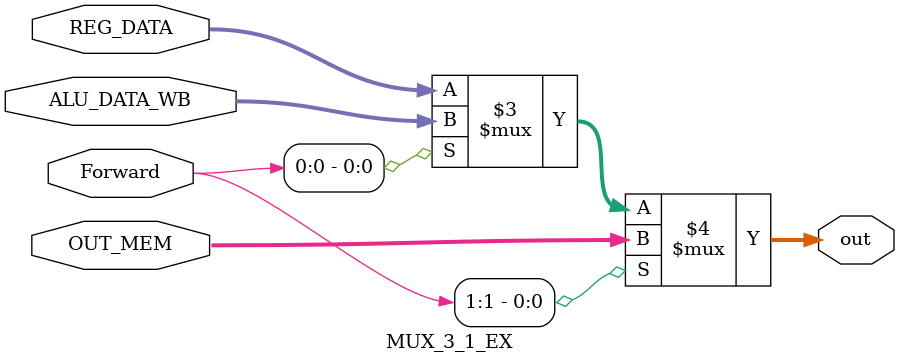
<source format=v>
`timescale 1ns / 1ps


module MUX_3_1_EX(REG_DATA, ALU_DATA_WB, OUT_MEM, Forward, out);
    input [31:0] REG_DATA, ALU_DATA_WB, OUT_MEM;
    input [1:0] Forward;
    output [31:0] out;
    
    assign out = (Forward[1] == 1) ? OUT_MEM : (Forward[0] == 1) ? ALU_DATA_WB : REG_DATA;
    
endmodule

</source>
